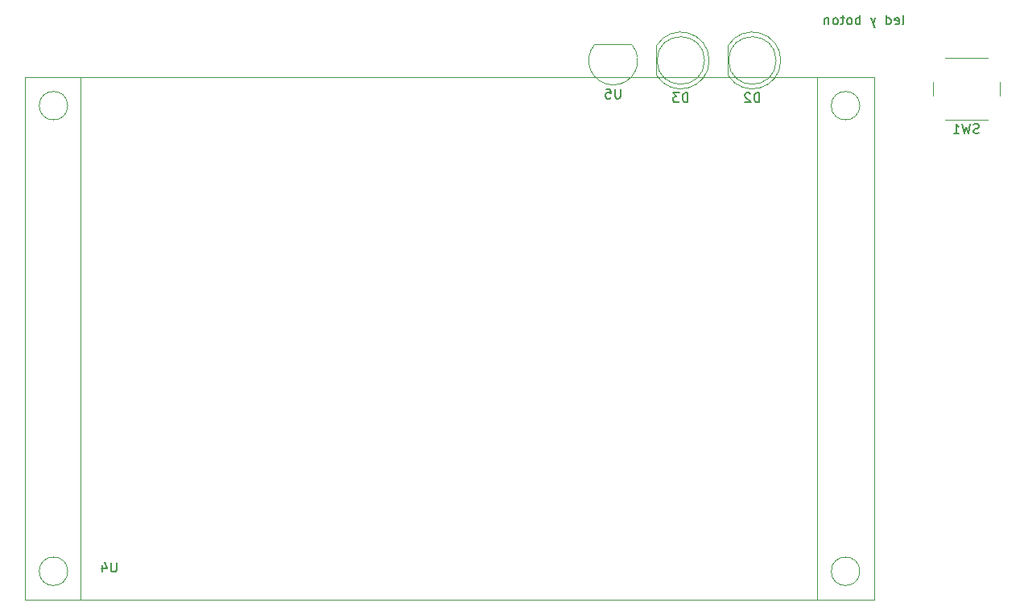
<source format=gbr>
G04 #@! TF.GenerationSoftware,KiCad,Pcbnew,5.1.5+dfsg1-2build2*
G04 #@! TF.CreationDate,2021-09-10T16:14:55+02:00*
G04 #@! TF.ProjectId,cronotempNuevo,63726f6e-6f74-4656-9d70-4e7565766f2e,rev?*
G04 #@! TF.SameCoordinates,Original*
G04 #@! TF.FileFunction,Legend,Bot*
G04 #@! TF.FilePolarity,Positive*
%FSLAX46Y46*%
G04 Gerber Fmt 4.6, Leading zero omitted, Abs format (unit mm)*
G04 Created by KiCad (PCBNEW 5.1.5+dfsg1-2build2) date 2021-09-10 16:14:55*
%MOMM*%
%LPD*%
G04 APERTURE LIST*
%ADD10C,0.150000*%
%ADD11C,0.120000*%
G04 APERTURE END LIST*
D10*
X153250000Y-107202380D02*
X153345238Y-107154761D01*
X153392857Y-107059523D01*
X153392857Y-106202380D01*
X152488095Y-107154761D02*
X152583333Y-107202380D01*
X152773809Y-107202380D01*
X152869047Y-107154761D01*
X152916666Y-107059523D01*
X152916666Y-106678571D01*
X152869047Y-106583333D01*
X152773809Y-106535714D01*
X152583333Y-106535714D01*
X152488095Y-106583333D01*
X152440476Y-106678571D01*
X152440476Y-106773809D01*
X152916666Y-106869047D01*
X151583333Y-107202380D02*
X151583333Y-106202380D01*
X151583333Y-107154761D02*
X151678571Y-107202380D01*
X151869047Y-107202380D01*
X151964285Y-107154761D01*
X152011904Y-107107142D01*
X152059523Y-107011904D01*
X152059523Y-106726190D01*
X152011904Y-106630952D01*
X151964285Y-106583333D01*
X151869047Y-106535714D01*
X151678571Y-106535714D01*
X151583333Y-106583333D01*
X150440476Y-106535714D02*
X150202380Y-107202380D01*
X149964285Y-106535714D02*
X150202380Y-107202380D01*
X150297619Y-107440476D01*
X150345238Y-107488095D01*
X150440476Y-107535714D01*
X148821428Y-107202380D02*
X148821428Y-106202380D01*
X148821428Y-106583333D02*
X148726190Y-106535714D01*
X148535714Y-106535714D01*
X148440476Y-106583333D01*
X148392857Y-106630952D01*
X148345238Y-106726190D01*
X148345238Y-107011904D01*
X148392857Y-107107142D01*
X148440476Y-107154761D01*
X148535714Y-107202380D01*
X148726190Y-107202380D01*
X148821428Y-107154761D01*
X147773809Y-107202380D02*
X147869047Y-107154761D01*
X147916666Y-107107142D01*
X147964285Y-107011904D01*
X147964285Y-106726190D01*
X147916666Y-106630952D01*
X147869047Y-106583333D01*
X147773809Y-106535714D01*
X147630952Y-106535714D01*
X147535714Y-106583333D01*
X147488095Y-106630952D01*
X147440476Y-106726190D01*
X147440476Y-107011904D01*
X147488095Y-107107142D01*
X147535714Y-107154761D01*
X147630952Y-107202380D01*
X147773809Y-107202380D01*
X147154761Y-106535714D02*
X146773809Y-106535714D01*
X147011904Y-106202380D02*
X147011904Y-107059523D01*
X146964285Y-107154761D01*
X146869047Y-107202380D01*
X146773809Y-107202380D01*
X146297619Y-107202380D02*
X146392857Y-107154761D01*
X146440476Y-107107142D01*
X146488095Y-107011904D01*
X146488095Y-106726190D01*
X146440476Y-106630952D01*
X146392857Y-106583333D01*
X146297619Y-106535714D01*
X146154761Y-106535714D01*
X146059523Y-106583333D01*
X146011904Y-106630952D01*
X145964285Y-106726190D01*
X145964285Y-107011904D01*
X146011904Y-107107142D01*
X146059523Y-107154761D01*
X146154761Y-107202380D01*
X146297619Y-107202380D01*
X145535714Y-106535714D02*
X145535714Y-107202380D01*
X145535714Y-106630952D02*
X145488095Y-106583333D01*
X145392857Y-106535714D01*
X145250000Y-106535714D01*
X145154761Y-106583333D01*
X145107142Y-106678571D01*
X145107142Y-107202380D01*
D11*
X61000000Y-167800000D02*
X150300000Y-167800000D01*
X150300000Y-167800000D02*
X150300000Y-112760000D01*
X150300000Y-112760000D02*
X61000000Y-112760000D01*
X61000000Y-112760000D02*
X61000000Y-167800000D01*
X65500000Y-164800000D02*
G75*
G03X65500000Y-164800000I-1500000J0D01*
G01*
X65500000Y-115760000D02*
G75*
G03X65500000Y-115760000I-1500000J0D01*
G01*
X148800000Y-115760000D02*
G75*
G03X148800000Y-115760000I-1500000J0D01*
G01*
X148800000Y-164800000D02*
G75*
G03X148800000Y-164800000I-1500000J0D01*
G01*
X66800000Y-167800000D02*
X144300000Y-167800000D01*
X144300000Y-167800000D02*
X144300000Y-112800000D01*
X144300000Y-112800000D02*
X66800000Y-112800000D01*
X66800000Y-112800000D02*
X66800000Y-167800000D01*
X127410000Y-112545000D02*
X127410000Y-109455000D01*
X132470000Y-111000000D02*
G75*
G03X132470000Y-111000000I-2500000J0D01*
G01*
X132960000Y-111000462D02*
G75*
G03X127410000Y-109455170I-2990000J462D01*
G01*
X132960000Y-110999538D02*
G75*
G02X127410000Y-112544830I-2990000J-462D01*
G01*
X134940000Y-112545000D02*
X134940000Y-109455000D01*
X140000000Y-111000000D02*
G75*
G03X140000000Y-111000000I-2500000J0D01*
G01*
X140490000Y-111000462D02*
G75*
G03X134940000Y-109455170I-2990000J462D01*
G01*
X140490000Y-110999538D02*
G75*
G02X134940000Y-112544830I-2990000J-462D01*
G01*
X157750000Y-110740000D02*
X162250000Y-110740000D01*
X156500000Y-114740000D02*
X156500000Y-113240000D01*
X162250000Y-117240000D02*
X157750000Y-117240000D01*
X163500000Y-113240000D02*
X163500000Y-114740000D01*
X120924000Y-109300000D02*
X124774000Y-109300000D01*
X124812611Y-109309878D02*
G75*
G02X120924000Y-109300000I-1948611J-1690122D01*
G01*
D10*
X70619904Y-163862380D02*
X70619904Y-164671904D01*
X70572285Y-164767142D01*
X70524666Y-164814761D01*
X70429428Y-164862380D01*
X70238952Y-164862380D01*
X70143714Y-164814761D01*
X70096095Y-164767142D01*
X70048476Y-164671904D01*
X70048476Y-163862380D01*
X69143714Y-164195714D02*
X69143714Y-164862380D01*
X69381809Y-163814761D02*
X69619904Y-164529047D01*
X69000857Y-164529047D01*
X130708095Y-115412380D02*
X130708095Y-114412380D01*
X130470000Y-114412380D01*
X130327142Y-114460000D01*
X130231904Y-114555238D01*
X130184285Y-114650476D01*
X130136666Y-114840952D01*
X130136666Y-114983809D01*
X130184285Y-115174285D01*
X130231904Y-115269523D01*
X130327142Y-115364761D01*
X130470000Y-115412380D01*
X130708095Y-115412380D01*
X129803333Y-114412380D02*
X129184285Y-114412380D01*
X129517619Y-114793333D01*
X129374761Y-114793333D01*
X129279523Y-114840952D01*
X129231904Y-114888571D01*
X129184285Y-114983809D01*
X129184285Y-115221904D01*
X129231904Y-115317142D01*
X129279523Y-115364761D01*
X129374761Y-115412380D01*
X129660476Y-115412380D01*
X129755714Y-115364761D01*
X129803333Y-115317142D01*
X138238095Y-115412380D02*
X138238095Y-114412380D01*
X138000000Y-114412380D01*
X137857142Y-114460000D01*
X137761904Y-114555238D01*
X137714285Y-114650476D01*
X137666666Y-114840952D01*
X137666666Y-114983809D01*
X137714285Y-115174285D01*
X137761904Y-115269523D01*
X137857142Y-115364761D01*
X138000000Y-115412380D01*
X138238095Y-115412380D01*
X137285714Y-114507619D02*
X137238095Y-114460000D01*
X137142857Y-114412380D01*
X136904761Y-114412380D01*
X136809523Y-114460000D01*
X136761904Y-114507619D01*
X136714285Y-114602857D01*
X136714285Y-114698095D01*
X136761904Y-114840952D01*
X137333333Y-115412380D01*
X136714285Y-115412380D01*
X161333333Y-118644761D02*
X161190476Y-118692380D01*
X160952380Y-118692380D01*
X160857142Y-118644761D01*
X160809523Y-118597142D01*
X160761904Y-118501904D01*
X160761904Y-118406666D01*
X160809523Y-118311428D01*
X160857142Y-118263809D01*
X160952380Y-118216190D01*
X161142857Y-118168571D01*
X161238095Y-118120952D01*
X161285714Y-118073333D01*
X161333333Y-117978095D01*
X161333333Y-117882857D01*
X161285714Y-117787619D01*
X161238095Y-117740000D01*
X161142857Y-117692380D01*
X160904761Y-117692380D01*
X160761904Y-117740000D01*
X160428571Y-117692380D02*
X160190476Y-118692380D01*
X160000000Y-117978095D01*
X159809523Y-118692380D01*
X159571428Y-117692380D01*
X158666666Y-118692380D02*
X159238095Y-118692380D01*
X158952380Y-118692380D02*
X158952380Y-117692380D01*
X159047619Y-117835238D01*
X159142857Y-117930476D01*
X159238095Y-117978095D01*
X123625904Y-114012380D02*
X123625904Y-114821904D01*
X123578285Y-114917142D01*
X123530666Y-114964761D01*
X123435428Y-115012380D01*
X123244952Y-115012380D01*
X123149714Y-114964761D01*
X123102095Y-114917142D01*
X123054476Y-114821904D01*
X123054476Y-114012380D01*
X122102095Y-114012380D02*
X122578285Y-114012380D01*
X122625904Y-114488571D01*
X122578285Y-114440952D01*
X122483047Y-114393333D01*
X122244952Y-114393333D01*
X122149714Y-114440952D01*
X122102095Y-114488571D01*
X122054476Y-114583809D01*
X122054476Y-114821904D01*
X122102095Y-114917142D01*
X122149714Y-114964761D01*
X122244952Y-115012380D01*
X122483047Y-115012380D01*
X122578285Y-114964761D01*
X122625904Y-114917142D01*
M02*

</source>
